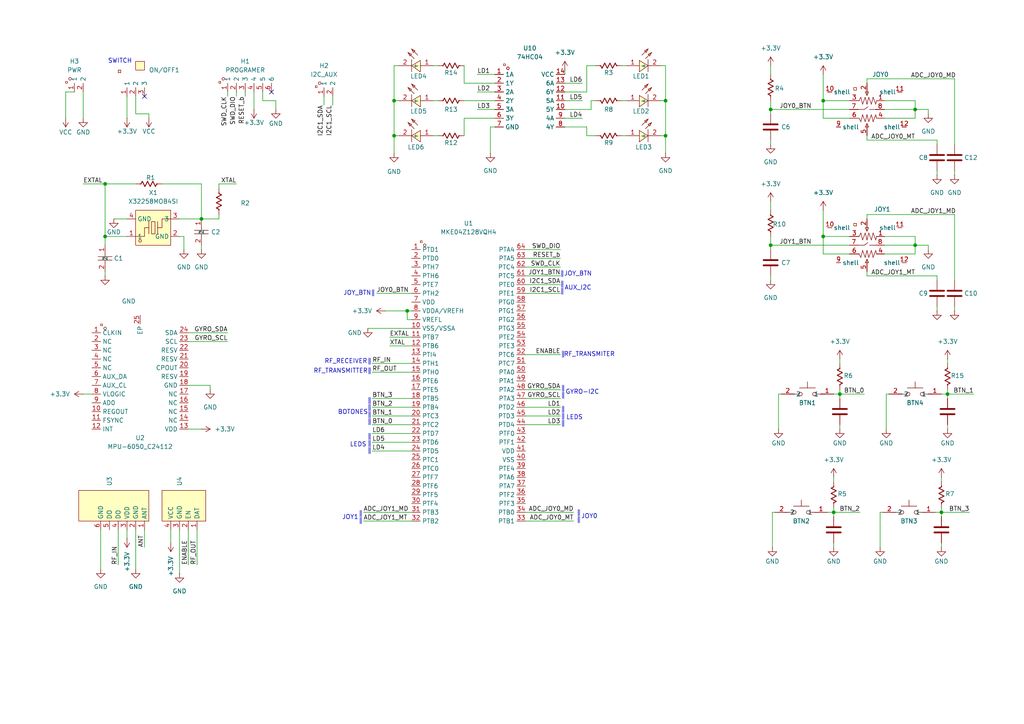
<source format=kicad_sch>
(kicad_sch (version 20250114) (generator "eeschema") (generator_version "9.0")
  (paper "A4")
  (text "RF_TRANSMITTER\n" (at 98.806 107.696 0) (effects (font (size 1.27 1.27))))
  (text "SWITCH\n" (at 34.798 17.78 0) (effects (font (size 1.27 1.27))))
  (text "LEDS" (at 166.624 121.158 0) (effects (font (size 1.27 1.27))))
  (text "‖\n‖\n" (at 104.648 150.114 0) (effects (font (size 1.27 1.27))))
  (text "BOTONES" (at 102.362 119.634 0) (effects (font (size 1.27 1.27))))
  (text "‖\n‖\n‖\n" (at 107.188 128.778 0) (effects (font (size 1.27 1.27))))
  (text "‖\n‖\n" (at 167.894 149.86 0) (effects (font (size 1.27 1.27))))
  (text "‖\n\n" (at 108.204 86.106 0) (effects (font (size 1.27 1.27))))
  (text "‖\n" (at 107.188 104.902 0) (effects (font (size 1.27 1.27))))
  (text "RF_RECEIVER\n" (at 100.33 104.902 0) (effects (font (size 1.27 1.27))))
  (text "‖\n‖\n" (at 163.322 113.792 0) (effects (font (size 1.27 1.27))))
  (text "‖\n‖\n‖\n‖" (at 107.188 119.38 0) (effects (font (size 1.27 1.27))))
  (text "‖\n‖\n\n" (at 163.068 84.582 0) (effects (font (size 1.27 1.27))))
  (text "GYRO-I2C" (at 168.91 113.792 0) (effects (font (size 1.27 1.27))))
  (text "‖\n‖\n‖\n" (at 163.322 120.904 0) (effects (font (size 1.27 1.27))))
  (text "RF_TRANSMITER" (at 170.942 102.87 0) (effects (font (size 1.27 1.27))))
  (text "‖\n" (at 163.322 102.87 0) (effects (font (size 1.27 1.27))))
  (text "JOY_BTN" (at 167.64 79.502 0) (effects (font (size 1.27 1.27))))
  (text "JOY1" (at 101.6 150.114 0) (effects (font (size 1.27 1.27))))
  (text "JOY_BTN" (at 103.632 85.09 0) (effects (font (size 1.27 1.27))))
  (text "LEDS" (at 103.886 129.032 0) (effects (font (size 1.27 1.27))))
  (text "‖\n\n" (at 163.068 80.518 0) (effects (font (size 1.27 1.27))))
  (text "AUX_I2C" (at 167.64 83.566 0) (effects (font (size 1.27 1.27))))
  (text "‖\n" (at 107.188 107.696 0) (effects (font (size 1.27 1.27))))
  (text "JOY0" (at 170.942 149.86 0) (effects (font (size 1.27 1.27))))
  (junction (at 30.48 53.34))
  (junction (at 30.48 68.58))
  (junction (at 265.43 31.75))
  (junction (at 241.808 148.59))
  (junction (at 238.76 29.21))
  (junction (at 274.828 114.3))
  (junction (at 58.42 63.5))
  (junction (at 273.05 148.59))
  (junction (at 114.3 29.21))
  (junction (at 118.11 90.17))
  (junction (at 238.76 68.58))
  (junction (at 193.04 39.37))
  (junction (at 114.3 39.37))
  (junction (at 223.52 71.12))
  (junction (at 243.586 114.3))
  (junction (at 223.52 31.75))
  (junction (at 193.04 29.21))
  (junction (at 265.43 71.12))
  (no_connect (at 78.74 26.67))
  (no_connect (at 41.91 27.94))
  (wire (pts (xy 113.03 100.33) (xy 119.38 100.33)))
  (wire (pts (xy 24.13 53.34) (xy 30.48 53.34)))
  (wire (pts (xy 251.46 62.23) (xy 276.86 62.23)))
  (wire (pts (xy 163.83 29.21) (xy 168.91 29.21)))
  (wire (pts (xy 80.01 31.75) (xy 80.01 29.21)))
  (wire (pts (xy 106.68 95.25) (xy 119.38 95.25)))
  (wire (pts (xy 34.29 153.67) (xy 34.29 163.83)))
  (wire (pts (xy 223.52 68.58) (xy 223.52 71.12)))
  (wire (pts (xy 238.76 73.66) (xy 238.76 68.58)))
  (wire (pts (xy 36.83 27.94) (xy 36.83 34.29)))
  (wire (pts (xy 170.18 36.83) (xy 170.18 39.37)))
  (wire (pts (xy 66.04 27.94) (xy 66.04 26.67)))
  (wire (pts (xy 58.42 71.12) (xy 58.42 72.39)))
  (wire (pts (xy 134.62 24.13) (xy 143.51 24.13)))
  (wire (pts (xy 41.91 158.75) (xy 41.91 153.67)))
  (wire (pts (xy 60.96 113.03) (xy 60.96 111.76)))
  (wire (pts (xy 238.76 60.96) (xy 238.76 68.58)))
  (wire (pts (xy 265.43 68.58) (xy 265.43 71.12)))
  (wire (pts (xy 271.78 41.91) (xy 271.78 40.64)))
  (wire (pts (xy 269.24 71.12) (xy 265.43 71.12)))
  (wire (pts (xy 243.586 104.14) (xy 243.586 105.41)))
  (wire (pts (xy 52.07 166.37) (xy 52.07 153.67)))
  (wire (pts (xy 73.66 31.75) (xy 73.66 26.67)))
  (wire (pts (xy 30.48 68.58) (xy 30.48 71.12)))
  (wire (pts (xy 152.4 77.47) (xy 162.56 77.47)))
  (wire (pts (xy 114.3 44.45) (xy 114.3 39.37)))
  (wire (pts (xy 152.4 102.87) (xy 162.56 102.87)))
  (wire (pts (xy 274.828 124.46) (xy 274.828 123.19)))
  (wire (pts (xy 152.4 115.57) (xy 162.56 115.57)))
  (wire (pts (xy 24.13 114.3) (xy 26.67 114.3)))
  (wire (pts (xy 251.46 22.86) (xy 276.86 22.86)))
  (wire (pts (xy 43.18 33.02) (xy 39.37 33.02)))
  (wire (pts (xy 152.4 80.01) (xy 162.56 80.01)))
  (wire (pts (xy 105.41 151.13) (xy 119.38 151.13)))
  (wire (pts (xy 152.4 82.55) (xy 162.56 82.55)))
  (wire (pts (xy 152.4 74.93) (xy 162.56 74.93)))
  (wire (pts (xy 33.02 63.5) (xy 36.83 63.5)))
  (wire (pts (xy 241.808 147.32) (xy 241.808 148.59)))
  (wire (pts (xy 256.54 31.75) (xy 265.43 31.75)))
  (wire (pts (xy 251.46 62.23) (xy 251.46 63.5)))
  (wire (pts (xy 163.83 24.13) (xy 168.91 24.13)))
  (wire (pts (xy 170.18 19.05) (xy 170.18 26.67)))
  (wire (pts (xy 138.43 31.75) (xy 143.51 31.75)))
  (wire (pts (xy 223.52 31.75) (xy 223.52 33.02)))
  (wire (pts (xy 49.53 157.48) (xy 49.53 153.67)))
  (wire (pts (xy 193.04 29.21) (xy 193.04 39.37)))
  (wire (pts (xy 163.83 34.29) (xy 168.91 34.29)))
  (wire (pts (xy 111.76 90.17) (xy 118.11 90.17)))
  (wire (pts (xy 243.586 113.03) (xy 243.586 114.3)))
  (wire (pts (xy 251.46 22.86) (xy 251.46 24.13)))
  (wire (pts (xy 125.73 39.37) (xy 127 39.37)))
  (wire (pts (xy 269.24 33.02) (xy 269.24 31.75)))
  (wire (pts (xy 152.4 118.11) (xy 162.56 118.11)))
  (wire (pts (xy 57.15 163.83) (xy 57.15 153.67)))
  (wire (pts (xy 223.52 19.05) (xy 223.52 21.59)))
  (wire (pts (xy 30.48 53.34) (xy 39.37 53.34)))
  (wire (pts (xy 273.05 158.75) (xy 273.05 157.48)))
  (wire (pts (xy 193.04 19.05) (xy 193.04 29.21)))
  (wire (pts (xy 246.38 68.58) (xy 238.76 68.58)))
  (wire (pts (xy 273.05 138.43) (xy 273.05 139.7)))
  (wire (pts (xy 46.99 53.34) (xy 58.42 53.34)))
  (wire (pts (xy 251.46 40.64) (xy 271.78 40.64)))
  (wire (pts (xy 271.272 148.59) (xy 273.05 148.59)))
  (wire (pts (xy 225.806 114.3) (xy 226.568 114.3)))
  (wire (pts (xy 134.62 34.29) (xy 143.51 34.29)))
  (wire (pts (xy 257.048 114.3) (xy 257.048 124.46)))
  (wire (pts (xy 30.48 68.58) (xy 36.83 68.58)))
  (wire (pts (xy 54.61 99.06) (xy 66.04 99.06)))
  (wire (pts (xy 256.54 71.12) (xy 265.43 71.12)))
  (wire (pts (xy 107.95 105.41) (xy 119.38 105.41)))
  (wire (pts (xy 223.52 29.21) (xy 223.52 31.75)))
  (wire (pts (xy 52.07 68.58) (xy 53.34 68.58)))
  (wire (pts (xy 19.05 26.67) (xy 19.05 34.29)))
  (wire (pts (xy 107.95 128.27) (xy 119.38 128.27)))
  (wire (pts (xy 125.73 29.21) (xy 127 29.21)))
  (wire (pts (xy 114.3 19.05) (xy 114.3 29.21)))
  (wire (pts (xy 273.05 114.3) (xy 274.828 114.3)))
  (wire (pts (xy 241.808 158.75) (xy 241.808 157.48)))
  (wire (pts (xy 271.78 88.9) (xy 271.78 90.17)))
  (wire (pts (xy 119.38 92.71) (xy 118.11 92.71)))
  (wire (pts (xy 80.01 29.21) (xy 76.2 29.21)))
  (wire (pts (xy 19.05 26.67) (xy 21.59 26.67)))
  (wire (pts (xy 269.24 31.75) (xy 265.43 31.75)))
  (wire (pts (xy 54.61 124.46) (xy 58.42 124.46)))
  (wire (pts (xy 265.43 29.21) (xy 265.43 31.75)))
  (wire (pts (xy 223.52 58.42) (xy 223.52 60.96)))
  (wire (pts (xy 255.27 148.59) (xy 255.27 158.75)))
  (wire (pts (xy 243.586 124.46) (xy 243.586 123.19)))
  (wire (pts (xy 241.808 138.43) (xy 241.808 139.7)))
  (wire (pts (xy 152.4 151.13) (xy 166.37 151.13)))
  (wire (pts (xy 109.22 85.09) (xy 119.38 85.09)))
  (wire (pts (xy 118.11 90.17) (xy 119.38 90.17)))
  (wire (pts (xy 223.52 71.12) (xy 246.38 71.12)))
  (wire (pts (xy 170.18 19.05) (xy 172.72 19.05)))
  (wire (pts (xy 107.95 115.57) (xy 119.38 115.57)))
  (wire (pts (xy 163.83 20.32) (xy 163.83 21.59)))
  (wire (pts (xy 152.4 120.65) (xy 162.56 120.65)))
  (wire (pts (xy 193.04 29.21) (xy 191.77 29.21)))
  (wire (pts (xy 241.808 148.59) (xy 241.808 149.86)))
  (wire (pts (xy 271.78 81.28) (xy 271.78 80.01)))
  (wire (pts (xy 269.24 72.39) (xy 269.24 71.12)))
  (wire (pts (xy 171.45 31.75) (xy 163.83 31.75)))
  (wire (pts (xy 274.828 104.14) (xy 274.828 105.41)))
  (wire (pts (xy 223.52 71.12) (xy 223.52 72.39)))
  (wire (pts (xy 223.52 40.64) (xy 223.52 41.91)))
  (wire (pts (xy 24.13 34.29) (xy 24.13 26.67)))
  (wire (pts (xy 281.178 148.59) (xy 273.05 148.59)))
  (wire (pts (xy 250.698 114.3) (xy 243.586 114.3)))
  (wire (pts (xy 76.2 29.21) (xy 76.2 26.67)))
  (wire (pts (xy 53.34 68.58) (xy 53.34 72.39)))
  (wire (pts (xy 274.828 114.3) (xy 274.828 115.57)))
  (wire (pts (xy 170.18 26.67) (xy 163.83 26.67)))
  (wire (pts (xy 114.3 29.21) (xy 114.3 39.37)))
  (wire (pts (xy 63.5 63.5) (xy 58.42 63.5)))
  (wire (pts (xy 142.24 36.83) (xy 142.24 44.45)))
  (wire (pts (xy 107.95 118.11) (xy 119.38 118.11)))
  (wire (pts (xy 54.61 96.52) (xy 66.04 96.52)))
  (wire (pts (xy 240.03 148.59) (xy 241.808 148.59)))
  (wire (pts (xy 223.52 80.01) (xy 223.52 81.28)))
  (wire (pts (xy 271.78 49.53) (xy 271.78 50.8)))
  (wire (pts (xy 193.04 19.05) (xy 191.77 19.05)))
  (wire (pts (xy 39.37 33.02) (xy 39.37 27.94)))
  (wire (pts (xy 246.38 73.66) (xy 238.76 73.66)))
  (wire (pts (xy 223.52 31.75) (xy 246.38 31.75)))
  (wire (pts (xy 238.76 34.29) (xy 238.76 29.21)))
  (wire (pts (xy 63.5 53.34) (xy 68.58 53.34)))
  (wire (pts (xy 256.54 68.58) (xy 265.43 68.58)))
  (wire (pts (xy 134.62 39.37) (xy 134.62 34.29)))
  (wire (pts (xy 43.18 33.02) (xy 43.18 34.29)))
  (wire (pts (xy 276.86 88.9) (xy 276.86 90.17)))
  (wire (pts (xy 172.72 29.21) (xy 171.45 29.21)))
  (wire (pts (xy 152.4 72.39) (xy 162.56 72.39)))
  (wire (pts (xy 107.95 130.81) (xy 119.38 130.81)))
  (wire (pts (xy 256.54 34.29) (xy 265.43 34.29)))
  (wire (pts (xy 265.43 71.12) (xy 265.43 73.66)))
  (wire (pts (xy 256.54 73.66) (xy 265.43 73.66)))
  (wire (pts (xy 152.4 113.03) (xy 162.56 113.03)))
  (wire (pts (xy 107.95 120.65) (xy 119.38 120.65)))
  (wire (pts (xy 276.86 81.28) (xy 276.86 62.23)))
  (wire (pts (xy 138.43 21.59) (xy 143.51 21.59)))
  (wire (pts (xy 115.57 19.05) (xy 114.3 19.05)))
  (wire (pts (xy 170.18 39.37) (xy 172.72 39.37)))
  (wire (pts (xy 274.828 113.03) (xy 274.828 114.3)))
  (wire (pts (xy 60.96 111.76) (xy 54.61 111.76)))
  (wire (pts (xy 107.95 107.95) (xy 119.38 107.95)))
  (wire (pts (xy 163.83 36.83) (xy 170.18 36.83)))
  (wire (pts (xy 93.98 27.94) (xy 93.98 30.48)))
  (wire (pts (xy 276.86 41.91) (xy 276.86 22.86)))
  (wire (pts (xy 224.028 148.59) (xy 224.028 158.75)))
  (wire (pts (xy 138.43 26.67) (xy 143.51 26.67)))
  (wire (pts (xy 107.95 125.73) (xy 119.38 125.73)))
  (wire (pts (xy 171.45 29.21) (xy 171.45 31.75)))
  (wire (pts (xy 54.61 163.83) (xy 54.61 153.67)))
  (wire (pts (xy 152.4 85.09) (xy 162.56 85.09)))
  (wire (pts (xy 255.27 148.59) (xy 256.032 148.59)))
  (wire (pts (xy 68.58 27.94) (xy 68.58 26.67)))
  (wire (pts (xy 30.48 53.34) (xy 30.48 68.58)))
  (wire (pts (xy 105.41 148.59) (xy 119.38 148.59)))
  (wire (pts (xy 152.4 148.59) (xy 166.37 148.59)))
  (wire (pts (xy 118.11 92.71) (xy 118.11 90.17)))
  (wire (pts (xy 114.3 29.21) (xy 115.57 29.21)))
  (wire (pts (xy 63.5 62.23) (xy 63.5 63.5)))
  (wire (pts (xy 181.61 29.21) (xy 180.34 29.21)))
  (wire (pts (xy 276.86 49.53) (xy 276.86 50.8)))
  (wire (pts (xy 193.04 39.37) (xy 191.77 39.37)))
  (wire (pts (xy 251.46 80.01) (xy 271.78 80.01)))
  (wire (pts (xy 273.05 147.32) (xy 273.05 148.59)))
  (wire (pts (xy 180.34 39.37) (xy 181.61 39.37)))
  (wire (pts (xy 246.38 34.29) (xy 238.76 34.29)))
  (wire (pts (xy 256.54 29.21) (xy 265.43 29.21)))
  (wire (pts (xy 134.62 19.05) (xy 134.62 24.13)))
  (wire (pts (xy 180.34 19.05) (xy 181.61 19.05)))
  (wire (pts (xy 238.76 21.59) (xy 238.76 29.21)))
  (wire (pts (xy 30.48 78.74) (xy 30.48 80.01)))
  (wire (pts (xy 63.5 54.61) (xy 63.5 53.34)))
  (wire (pts (xy 224.028 148.59) (xy 224.79 148.59)))
  (wire (pts (xy 134.62 29.21) (xy 143.51 29.21)))
  (wire (pts (xy 243.586 114.3) (xy 243.586 115.57)))
  (wire (pts (xy 29.21 165.1) (xy 29.21 153.67)))
  (wire (pts (xy 115.57 39.37) (xy 114.3 39.37)))
  (wire (pts (xy 246.38 29.21) (xy 238.76 29.21)))
  (wire (pts (xy 58.42 63.5) (xy 58.42 53.34)))
  (wire (pts (xy 251.46 80.01) (xy 251.46 78.74)))
  (wire (pts (xy 251.46 40.64) (xy 251.46 39.37)))
  (wire (pts (xy 282.448 114.3) (xy 274.828 114.3)))
  (wire (pts (xy 107.95 123.19) (xy 119.38 123.19)))
  (wire (pts (xy 71.12 27.94) (xy 71.12 26.67)))
  (wire (pts (xy 142.24 36.83) (xy 143.51 36.83)))
  (wire (pts (xy 96.52 27.94) (xy 96.52 30.48)))
  (wire (pts (xy 249.428 148.59) (xy 241.808 148.59)))
  (wire (pts (xy 265.43 31.75) (xy 265.43 34.29)))
  (wire (pts (xy 125.73 19.05) (xy 127 19.05)))
  (wire (pts (xy 36.83 156.21) (xy 36.83 153.67)))
  (wire (pts (xy 257.048 114.3) (xy 257.81 114.3)))
  (wire (pts (xy 39.37 165.1) (xy 39.37 153.67)))
  (wire (pts (xy 193.04 39.37) (xy 193.04 44.45)))
  (wire (pts (xy 113.03 97.79) (xy 119.38 97.79)))
  (wire (pts (xy 241.808 114.3) (xy 243.586 114.3)))
  (wire (pts (xy 273.05 148.59) (xy 273.05 149.86)))
  (wire (pts (xy 225.806 114.3) (xy 225.806 124.46)))
  (wire (pts (xy 152.4 123.19) (xy 162.56 123.19)))
  (wire (pts (xy 52.07 63.5) (xy 58.42 63.5)))
  (label "I2C1_SCL" (at 162.56 85.09 180))
  (label "BTN_3" (at 281.178 148.59 180))
  (label "JOY1_BTN" (at 226.06 71.12 0))
  (label "LD6" (at 168.91 24.13 180))
  (label "I2C1_SDA" (at 162.56 82.55 180))
  (label "LD3" (at 162.56 123.19 180))
  (label "RESET_b" (at 71.12 27.94 270))
  (label "SWD_DIO" (at 162.56 72.39 180))
  (label "LD1" (at 162.56 118.11 180))
  (label "RF_IN" (at 34.29 163.83 90))
  (label "LD4" (at 168.91 34.29 180))
  (label "ENABLE" (at 162.56 102.87 180))
  (label "RF_OUT" (at 57.15 163.83 90))
  (label "I2C1_SDA" (at 93.98 30.48 270))
  (label "ADC_JOY0_MD" (at 166.37 148.59 180))
  (label "SWD_DIO" (at 68.58 27.94 270))
  (label "LD1" (at 138.43 21.59 0))
  (label "LD4" (at 107.95 130.81 0))
  (label "JOY0_BTN" (at 226.06 31.75 0))
  (label "EXTAL" (at 24.13 53.34 0))
  (label "GYRO_SCL" (at 162.56 115.57 180))
  (label "ADC_JOY0_MT" (at 265.43 40.64 180))
  (label "ANT" (at 41.91 158.75 90))
  (label "ADC_JOY1_MD" (at 105.41 148.59 0))
  (label "BTN_2" (at 249.428 148.59 180))
  (label "GYRO_SDA" (at 162.56 113.03 180))
  (label "JOY1_BTN" (at 162.56 80.01 180))
  (label "RESET_b" (at 162.56 74.93 180))
  (label "ADC_JOY1_MD" (at 264.16 62.23 0))
  (label "XTAL" (at 68.58 53.34 180))
  (label "SWD_CLK" (at 66.04 27.94 270))
  (label "ADC_JOY1_MT" (at 105.41 151.13 0))
  (label "I2C1_SCL" (at 96.52 30.48 270))
  (label "BTN_2" (at 107.95 118.11 0))
  (label "ADC_JOY1_MT" (at 265.43 80.01 180))
  (label "LD6" (at 107.95 125.73 0))
  (label "RF_OUT" (at 107.95 107.95 0))
  (label "ENABLE" (at 54.61 163.83 90))
  (label "ADC_JOY0_MD" (at 264.16 22.86 0))
  (label "LD5" (at 107.95 128.27 0))
  (label "RF_IN" (at 107.95 105.41 0))
  (label "BTN_1" (at 282.448 114.3 180))
  (label "BTN_3" (at 107.95 115.57 0))
  (label "BTN_0" (at 107.95 123.19 0))
  (label "JOY0_BTN" (at 109.22 85.09 0))
  (label "BTN_1" (at 107.95 120.65 0))
  (label "EXTAL" (at 113.03 97.79 0))
  (label "ADC_JOY0_MT" (at 166.37 151.13 180))
  (label "GYRO_SCL" (at 66.04 99.06 180))
  (label "XTAL" (at 113.03 100.33 0))
  (label "LD2" (at 162.56 120.65 180))
  (label "LD2" (at 138.43 26.67 0))
  (label "LD3" (at 138.43 31.75 0))
  (label "GYRO_SDA" (at 66.04 96.52 180))
  (label "LD5" (at 168.91 29.21 180))
  (label "BTN_0" (at 250.698 114.3 180))
  (label "SWD_CLK" (at 162.56 77.47 180))
  (symbol (lib_id "EasyEDA:YLED0603R") (at 186.69 29.21 0) (unit 1)
    (property "Reference" "LED2" (at 185.928 32.258 0))
    (property "Value" "YLED0603R" (effects (hide yes)))
    (property "Footprint" "EasyEDA:LED0603-FD" (effects (hide yes)))
    (property "LCSC Part" "C19171390" (effects (hide yes)))
  )
  (symbol (lib_id "PCM_Resistor_US_AKL:R_0603") (at 176.53 39.37 270) (mirror x) (unit 1)
    (property "Reference" "R9" (at 176.53 41.402 90))
    (property "Value" "R_0603" (effects (hide yes)))
    (property "Footprint" "PCM_Resistor_SMD_AKL:R_0603_1608Metric" (effects (hide yes)))
    (property "Description" "SMD 0603 Chip Resistor, US Symbol, Alternate KiCad Library" (effects (hide yes)))
  )
  (symbol (lib_id "PCM_Resistor_US_AKL:R_0603") (at 63.5 58.42 180) (unit 1)
    (property "Reference" "R2" (at 71.12 58.928 0))
    (property "Value" "R_0603" (effects (hide yes)))
    (property "Footprint" "PCM_Resistor_SMD_AKL:R_0603_1608Metric" (effects (hide yes)))
    (property "Description" "SMD 0603 Chip Resistor, US Symbol, Alternate KiCad Library" (effects (hide yes)))
  )
  (symbol (lib_id "power:GND") (at 273.05 158.75 0) (mirror y) (unit 1)
    (property "Reference" "#PWR024" (effects (hide yes)))
    (property "Value" "GND" (at 273.05 162.814 0))
    (property "Description" "Power symbol creates a global label with name \"GND\" , ground" (effects (hide yes)))
  )
  (symbol (lib_id "PCM_Resistor_US_AKL:R_0603") (at 130.81 29.21 90) (unit 1)
    (property "Reference" "R13" (at 130.81 31.75 90))
    (property "Value" "R_0603" (effects (hide yes)))
    (property "Footprint" "PCM_Resistor_SMD_AKL:R_0603_1608Metric" (effects (hide yes)))
    (property "Description" "SMD 0603 Chip Resistor, US Symbol, Alternate KiCad Library" (effects (hide yes)))
  )
  (symbol (lib_id "PCM_Capacitor_US_AKL:C_0603") (at 241.808 153.67 0) (mirror y) (unit 1)
    (property "Reference" "C3" (effects (hide yes)))
    (property "Value" "C_0603" (effects (hide yes)))
    (property "Footprint" "PCM_Capacitor_SMD_AKL:C_0603_1608Metric" (effects (hide yes)))
    (property "Description" "SMD 0603 MLCC capacitor, Alternate KiCad Library" (effects (hide yes)))
  )
  (symbol (lib_id "power:GND") (at 224.028 158.75 0) (mirror y) (unit 1)
    (property "Reference" "#PWR017" (effects (hide yes)))
    (property "Value" "GND" (at 224.028 162.814 0))
    (property "Description" "Power symbol creates a global label with name \"GND\" , ground" (effects (hide yes)))
  )
  (symbol (lib_id "PCM_Capacitor_US_AKL:C_0603") (at 243.586 119.38 0) (mirror y) (unit 1)
    (property "Reference" "C4" (effects (hide yes)))
    (property "Value" "C_0603" (effects (hide yes)))
    (property "Footprint" "PCM_Capacitor_SMD_AKL:C_0603_1608Metric" (effects (hide yes)))
    (property "Description" "SMD 0603 MLCC capacitor, Alternate KiCad Library" (effects (hide yes)))
  )
  (symbol (lib_id "power:VCC") (at 43.18 34.29 180) (unit 1)
    (property "Reference" "#PWR026" (effects (hide yes)))
    (property "Value" "VCC" (at 43.18 38.1 0))
    (property "Description" "Power symbol creates a global label with name \"VCC\"" (effects (hide yes)))
  )
  (symbol (lib_id "power:+3.3V") (at 241.808 138.43 0) (mirror y) (unit 1)
    (property "Reference" "#PWR019" (effects (hide yes)))
    (property "Value" "+3.3V" (at 241.808 133.35 0))
    (property "Description" "Power symbol creates a global label with name \"+3.3V\"" (effects (hide yes)))
  )
  (symbol (lib_id "PCM_Resistor_US_AKL:R_0603") (at 43.18 53.34 90) (unit 1)
    (property "Reference" "R1" (at 43.688 51.562 90))
    (property "Value" "R_0603" (effects (hide yes)))
    (property "Footprint" "PCM_Resistor_SMD_AKL:R_0603_1608Metric" (effects (hide yes)))
    (property "Description" "SMD 0603 Chip Resistor, US Symbol, Alternate KiCad Library" (effects (hide yes)))
  )
  (symbol (lib_id "PCM_Capacitor_US_AKL:C_0603") (at 276.86 85.09 0) (unit 1)
    (property "Reference" "C10" (at 279.654 85.09 0) (effects (justify left)))
    (property "Value" "C_0603" (effects (hide yes)))
    (property "Footprint" "PCM_Capacitor_SMD_AKL:C_0603_1608Metric" (effects (hide yes)))
    (property "Description" "SMD 0603 MLCC capacitor, Alternate KiCad Library" (effects (hide yes)))
  )
  (symbol (lib_id "PCM_Capacitor_US_AKL:C_0603") (at 271.78 45.72 0) (unit 1)
    (property "Reference" "C8" (at 266.446 45.72 0) (effects (justify left)))
    (property "Value" "C_0603" (effects (hide yes)))
    (property "Footprint" "PCM_Capacitor_SMD_AKL:C_0603_1608Metric" (effects (hide yes)))
    (property "Description" "SMD 0603 MLCC capacitor, Alternate KiCad Library" (effects (hide yes)))
  )
  (symbol (lib_id "PCM_Resistor_US_AKL:R_0603") (at 130.81 19.05 90) (unit 1)
    (property "Reference" "R14" (at 130.81 21.082 90))
    (property "Value" "R_0603" (effects (hide yes)))
    (property "Footprint" "PCM_Resistor_SMD_AKL:R_0603_1608Metric" (effects (hide yes)))
    (property "Description" "SMD 0603 Chip Resistor, US Symbol, Alternate KiCad Library" (effects (hide yes)))
  )
  (symbol (lib_id "PCM_Capacitor_US_AKL:C_0603") (at 274.828 119.38 0) (mirror y) (unit 1)
    (property "Reference" "C11" (effects (hide yes)))
    (property "Value" "C_0603" (effects (hide yes)))
    (property "Footprint" "PCM_Capacitor_SMD_AKL:C_0603_1608Metric" (effects (hide yes)))
    (property "Description" "SMD 0603 MLCC capacitor, Alternate KiCad Library" (effects (hide yes)))
  )
  (symbol (lib_id "power:VCC") (at 19.05 34.29 180) (unit 1)
    (property "Reference" "#PWR047" (effects (hide yes)))
    (property "Value" "VCC" (at 19.05 38.354 0))
    (property "Description" "Power symbol creates a global label with name \"VCC\"" (effects (hide yes)))
  )
  (symbol (lib_id "power:GND") (at 276.86 90.17 0) (unit 1)
    (property "Reference" "#PWR046" (effects (hide yes)))
    (property "Value" "GND" (effects (hide yes)))
    (property "Description" "Power symbol creates a global label with name \"GND\" , ground" (effects (hide yes)))
  )
  (symbol (lib_id "PCM_Capacitor_US_AKL:C_0603") (at 276.86 45.72 0) (unit 1)
    (property "Reference" "C12" (at 279.654 45.72 0) (effects (justify left)))
    (property "Value" "C_0603" (effects (hide yes)))
    (property "Footprint" "PCM_Capacitor_SMD_AKL:C_0603_1608Metric" (effects (hide yes)))
    (property "Description" "SMD 0603 MLCC capacitor, Alternate KiCad Library" (effects (hide yes)))
  )
  (symbol (lib_id "PCM_Capacitor_US_AKL:C_0603") (at 271.78 85.09 0) (unit 1)
    (property "Reference" "C9" (at 266.446 85.09 0) (effects (justify left)))
    (property "Value" "C_0603" (effects (hide yes)))
    (property "Footprint" "PCM_Capacitor_SMD_AKL:C_0603_1608Metric" (effects (hide yes)))
    (property "Description" "SMD 0603 MLCC capacitor, Alternate KiCad Library" (effects (hide yes)))
  )
  (symbol (lib_id "power:GND") (at 33.02 63.5 0) (unit 1)
    (property "Reference" "#PWR036" (effects (hide yes)))
    (property "Value" "GND" (at 33.02 67.31 0))
    (property "Description" "Power symbol creates a global label with name \"GND\" , ground" (effects (hide yes)))
  )
  (symbol (lib_id "PCM_Resistor_US_AKL:R_0603") (at 130.81 39.37 90) (unit 1)
    (property "Reference" "R12" (at 130.81 41.402 90))
    (property "Value" "R_0603" (effects (hide yes)))
    (property "Footprint" "PCM_Resistor_SMD_AKL:R_0603_1608Metric" (effects (hide yes)))
    (property "Description" "SMD 0603 Chip Resistor, US Symbol, Alternate KiCad Library" (effects (hide yes)))
  )
  (symbol (lib_id "power:GND") (at 80.01 31.75 0) (unit 1)
    (property "Reference" "#PWR032" (effects (hide yes)))
    (property "Value" "GND" (at 80.01 35.814 0))
    (property "Description" "Power symbol creates a global label with name \"GND\" , ground" (effects (hide yes)))
  )
  (symbol (lib_id "power:+3.3V") (at 36.83 34.29 180) (unit 1)
    (property "Reference" "#PWR025" (effects (hide yes)))
    (property "Value" "+3.3V" (at 36.83 38.1 0))
    (property "Description" "Power symbol creates a global label with name \"+3.3V\"" (effects (hide yes)))
  )
  (symbol (lib_id "power:GND") (at 223.52 41.91 0) (unit 1)
    (property "Reference" "#PWR08" (effects (hide yes)))
    (property "Value" "GND" (at 223.52 46.99 0))
    (property "Description" "Power symbol creates a global label with name \"GND\" , ground" (effects (hide yes)))
  )
  (symbol (lib_name "YF16S-FL7.2-B5KB(45-10)-Y_2") (lib_id "EasyEDA:YF16S-FL7.2-B5KB(45-10)-Y") (at 251.46 31.75 0) (unit 1)
    (property "Reference" "JOY0" (at 252.984 21.59 0) (effects (justify left)))
    (property "Value" "YF16S-FL7.2-B5KB(45-10)-Y" (effects (hide yes)))
    (property "Footprint" "EasyEDA:JOYTICK-TH_YF16S-FL7.2-B5KB-45-10-Y_1" (effects (hide yes)))
    (property "LCSC Part" "C37323740" (effects (hide yes)))
  )
  (symbol (lib_name "YF16S-FL7.2-B5KB(45-10)-Y_2") (lib_id "EasyEDA:YF16S-FL7.2-B5KB(45-10)-Y") (at 251.46 71.12 0) (unit 1)
    (property "Reference" "JOY1" (at 253.492 60.706 0) (effects (justify left)))
    (property "Value" "YF16S-FL7.2-B5KB(45-10)-Y" (effects (hide yes)))
    (property "Footprint" "EasyEDA:JOYTICK-TH_YF16S-FL7.2-B5KB-45-10-Y_1" (effects (hide yes)))
    (property "LCSC Part" "C37323740" (effects (hide yes)))
  )
  (symbol (lib_id "PCM_Resistor_US_AKL:R_0603") (at 241.808 143.51 0) (mirror y) (unit 1)
    (property "Reference" "R5" (at 245.618 143.256 0) (effects (justify left)))
    (property "Value" "R_0603" (effects (hide yes)))
    (property "Footprint" "PCM_Resistor_SMD_AKL:R_0603_1608Metric" (effects (hide yes)))
    (property "Description" "SMD 0603 Chip Resistor, US Symbol, Alternate KiCad Library" (effects (hide yes)))
  )
  (symbol (lib_id "EasyEDA:YLED0603R") (at 186.69 39.37 0) (unit 1)
    (property "Reference" "LED3" (at 186.69 42.672 0))
    (property "Value" "YLED0603R" (effects (hide yes)))
    (property "Footprint" "EasyEDA:LED0603-FD" (effects (hide yes)))
    (property "LCSC Part" "C19171390" (effects (hide yes)))
  )
  (symbol (lib_id "PCM_Resistor_US_AKL:R_0603") (at 274.828 109.22 0) (mirror y) (unit 1)
    (property "Reference" "R15" (at 279.654 108.966 0) (effects (justify left)))
    (property "Value" "R_0603" (effects (hide yes)))
    (property "Footprint" "PCM_Resistor_SMD_AKL:R_0603_1608Metric" (effects (hide yes)))
    (property "Description" "SMD 0603 Chip Resistor, US Symbol, Alternate KiCad Library" (effects (hide yes)))
  )
  (symbol (lib_id "EasyEDA:CL10C120JB8NNNC") (at 30.48 74.93 270) (unit 1)
    (property "Reference" "C1" (at 33.02 74.93 90) (effects (justify left)))
    (property "Value" "CL10C120JB8NNNC" (effects (hide yes)))
    (property "Footprint" "EasyEDA:C0603" (effects (hide yes)))
    (property "Datasheet" "https://lcsc.com/product-detail/Multilayer-Ceramic-Capacitors-MLCC-SMD-SMT_SAMSUNG_CL10C120JB8NNNC_12pF-120-5-50V_C38523.html" (effects (hide yes)))
    (property "LCSC Part" "C38523" (effects (hide yes)))
  )
  (symbol (lib_id "EasyEDA:CPG151101D01") (at 232.41 148.59 0) (mirror y) (unit 1)
    (property "Reference" "BTN2" (at 232.41 151.13 0))
    (property "Value" "CPG151101D01" (effects (hide yes)))
    (property "Footprint" "EasyEDA:SW-TH_CPG151101D9X" (effects (hide yes)))
    (property "LCSC Part" "C49234238" (effects (hide yes)))
  )
  (symbol (lib_id "PCM_Resistor_US_AKL:R_0603") (at 223.52 64.77 0) (unit 1)
    (property "Reference" "R10" (at 226.06 65.024 0))
    (property "Value" "R_0603" (effects (hide yes)))
    (property "Footprint" "PCM_Resistor_SMD_AKL:R_0603_1608Metric" (effects (hide yes)))
    (property "Description" "SMD 0603 Chip Resistor, US Symbol, Alternate KiCad Library" (effects (hide yes)))
  )
  (symbol (lib_id "power:+3.3V") (at 24.13 114.3 90) (unit 1)
    (property "Reference" "#PWR015" (effects (hide yes)))
    (property "Value" "+3.3V" (at 20.32 114.2999 90) (effects (justify left)))
    (property "Description" "Power symbol creates a global label with name \"+3.3V\"" (effects (hide yes)))
  )
  (symbol (lib_id "power:GND") (at 243.586 124.46 0) (mirror y) (unit 1)
    (property "Reference" "#PWR05" (effects (hide yes)))
    (property "Value" "GND" (at 243.586 128.524 0))
    (property "Description" "Power symbol creates a global label with name \"GND\" , ground" (effects (hide yes)))
  )
  (symbol (lib_id "power:GND") (at 193.04 44.45 0) (unit 1)
    (property "Reference" "#PWR06" (effects (hide yes)))
    (property "Value" "GND" (at 193.04 49.53 0))
    (property "Description" "Power symbol creates a global label with name \"GND\" , ground" (effects (hide yes)))
  )
  (symbol (lib_id "PCM_Capacitor_US_AKL:C_0603") (at 273.05 153.67 0) (mirror y) (unit 1)
    (property "Reference" "C5" (effects (hide yes)))
    (property "Value" "C_0603" (effects (hide yes)))
    (property "Footprint" "PCM_Capacitor_SMD_AKL:C_0603_1608Metric" (effects (hide yes)))
    (property "Description" "SMD 0603 MLCC capacitor, Alternate KiCad Library" (effects (hide yes)))
  )
  (symbol (lib_id "power:+3.3V") (at 49.53 157.48 180) (unit 1)
    (property "Reference" "#PWR013" (effects (hide yes)))
    (property "Value" "+3.3V" (at 49.5299 161.29 90) (effects (justify left)))
    (property "Description" "Power symbol creates a global label with name \"+3.3V\"" (effects (hide yes)))
  )
  (symbol (lib_id "EasyEDA:MT-0-123-D001-D000-LF") (at 39.37 22.86 0) (unit 1)
    (property "Reference" "ON/OFF1" (at 43.18 20.3199 0) (effects (justify left)))
    (property "Value" "MT-0-123-D001-D000-LF" (effects (hide yes)))
    (property "Footprint" "EasyEDA:SW-TH_3P-L13.1-W8.0-P4.70_MT-0-102-F001-T000-RS" (effects (hide yes)))
    (property "LCSC Part" "C22448935" (effects (hide yes)))
  )
  (symbol (lib_id "EasyEDA:X32258MOB4SI") (at 44.45 66.04 0) (unit 1)
    (property "Reference" "X1" (at 44.45 55.88 0))
    (property "Value" "X32258MOB4SI" (at 44.45 58.42 0))
    (property "Footprint" "EasyEDA:CRYSTAL-SMD_4P-L3.2-W2.5-BL" (effects (hide yes)))
    (property "LCSC Part" "C2682775" (effects (hide yes)))
  )
  (symbol (lib_id "power:+3.3V") (at 274.828 104.14 0) (mirror y) (unit 1)
    (property "Reference" "#PWR039" (effects (hide yes)))
    (property "Value" "+3.3V" (at 274.828 99.06 0))
    (property "Description" "Power symbol creates a global label with name \"+3.3V\"" (effects (hide yes)))
  )
  (symbol (lib_id "power:GND") (at 269.24 33.02 0) (unit 1)
    (property "Reference" "#PWR042" (effects (hide yes)))
    (property "Value" "GND" (at 269.24 38.1 0))
    (property "Description" "Power symbol creates a global label with name \"GND\" , ground" (effects (hide yes)))
  )
  (symbol (lib_id "PCM_Capacitor_US_AKL:C_0603") (at 223.52 36.83 0) (unit 1)
    (property "Reference" "C6" (at 226.568 36.83 0) (effects (justify left)))
    (property "Value" "C_0603" (effects (hide yes)))
    (property "Footprint" "PCM_Capacitor_SMD_AKL:C_0603_1608Metric" (effects (hide yes)))
    (property "Description" "SMD 0603 MLCC capacitor, Alternate KiCad Library" (effects (hide yes)))
  )
  (symbol (lib_id "power:GND") (at 276.86 50.8 0) (unit 1)
    (property "Reference" "#PWR044" (effects (hide yes)))
    (property "Value" "GND" (at 276.86 55.88 0))
    (property "Description" "Power symbol creates a global label with name \"GND\" , ground" (effects (hide yes)))
  )
  (symbol (lib_id "EasyEDA:CPG151101D01") (at 234.188 114.3 0) (mirror y) (unit 1)
    (property "Reference" "BTN1" (at 234.188 116.84 0))
    (property "Value" "CPG151101D01" (effects (hide yes)))
    (property "Footprint" "EasyEDA:SW-TH_CPG151101D9X" (effects (hide yes)))
    (property "LCSC Part" "C49234238" (effects (hide yes)))
  )
  (symbol (lib_id "EasyEDA:74HC04") (at 153.67 29.21 0) (unit 1)
    (property "Reference" "U10" (at 153.67 13.97 0))
    (property "Value" "74HC04" (at 153.67 16.51 0))
    (property "Footprint" "EasyEDA:SOIC-14_L8.7-W3.9-P1.27-LS6.0-BL" (effects (hide yes)))
    (property "Datasheet" "https://lcsc.com/product-detail/74-Series_74HC04_C86613.html" (effects (hide yes)))
    (property "LCSC Part" "C86613" (effects (hide yes)))
  )
  (symbol (lib_id "power:GND") (at 255.27 158.75 0) (mirror y) (unit 1)
    (property "Reference" "#PWR021" (effects (hide yes)))
    (property "Value" "GND" (at 255.27 162.814 0))
    (property "Description" "Power symbol creates a global label with name \"GND\" , ground" (effects (hide yes)))
  )
  (symbol (lib_id "power:GND") (at 24.13 34.29 0) (unit 1)
    (property "Reference" "#PWR048" (effects (hide yes)))
    (property "Value" "GND" (at 24.13 38.354 0))
    (property "Description" "Power symbol creates a global label with name \"GND\" , ground" (effects (hide yes)))
  )
  (symbol (lib_id "power:GND") (at 29.21 165.1 0) (unit 1)
    (property "Reference" "#PWR011" (effects (hide yes)))
    (property "Value" "GND" (at 29.21 170.18 0))
    (property "Description" "Power symbol creates a global label with name \"GND\" , ground" (effects (hide yes)))
  )
  (symbol (lib_id "PCM_Resistor_US_AKL:R_0603") (at 176.53 29.21 270) (mirror x) (unit 1)
    (property "Reference" "R8" (at 176.53 31.75 90))
    (property "Value" "R_0603" (effects (hide yes)))
    (property "Footprint" "PCM_Resistor_SMD_AKL:R_0603_1608Metric" (effects (hide yes)))
    (property "Description" "SMD 0603 Chip Resistor, US Symbol, Alternate KiCad Library" (effects (hide yes)))
  )
  (symbol (lib_id "power:+3.3V") (at 36.83 156.21 180) (unit 1)
    (property "Reference" "#PWR09" (effects (hide yes)))
    (property "Value" "+3.3V" (at 36.8299 160.02 90) (effects (justify left)))
    (property "Description" "Power symbol creates a global label with name \"+3.3V\"" (effects (hide yes)))
  )
  (symbol (lib_id "power:+3.3V") (at 273.05 138.43 0) (mirror y) (unit 1)
    (property "Reference" "#PWR023" (effects (hide yes)))
    (property "Value" "+3.3V" (at 273.05 133.35 0))
    (property "Description" "Power symbol creates a global label with name \"+3.3V\"" (effects (hide yes)))
  )
  (symbol (lib_id "EasyEDA:PZ2.54-WV2P-H25") (at 95.25 24.13 90) (unit 1)
    (property "Reference" "H2" (at 93.98 19.05 90))
    (property "Value" "I2C_AUX" (at 93.98 21.59 90))
    (property "Footprint" "EasyEDA:HDR-TH_2P-P2.54-V-M" (effects (hide yes)))
    (property "LCSC Part" "C42431820" (effects (hide yes)))
  )
  (symbol (lib_id "power:GND") (at 269.24 72.39 0) (unit 1)
    (property "Reference" "#PWR035" (effects (hide yes)))
    (property "Value" "GND" (at 269.24 77.47 0))
    (property "Description" "Power symbol creates a global label with name \"GND\" , ground" (effects (hide yes)))
  )
  (symbol (lib_id "EasyEDA:PZ2.54-1X6P-H25") (at 72.39 21.59 90) (unit 1)
    (property "Reference" "H1" (at 71.12 17.78 90))
    (property "Value" "PROGRAMER" (at 71.12 20.32 90))
    (property "Footprint" "EasyEDA:HDR-TH_6P-P2.54-V-M" (effects (hide yes)))
    (property "LCSC Part" "C42431790" (effects (hide yes)))
  )
  (symbol (lib_id "power:GND") (at 271.78 90.17 0) (unit 1)
    (property "Reference" "#PWR045" (effects (hide yes)))
    (property "Value" "GND" (effects (hide yes)))
    (property "Description" "Power symbol creates a global label with name \"GND\" , ground" (effects (hide yes)))
  )
  (symbol (lib_id "power:GND") (at 271.78 50.8 0) (unit 1)
    (property "Reference" "#PWR043" (effects (hide yes)))
    (property "Value" "GND" (at 271.78 55.88 0))
    (property "Description" "Power symbol creates a global label with name \"GND\" , ground" (effects (hide yes)))
  )
  (symbol (lib_id "power:+3.3V") (at 238.76 60.96 0) (unit 1)
    (property "Reference" "#PWR034" (effects (hide yes)))
    (property "Value" "+3.3V" (at 238.76 55.88 0))
    (property "Description" "Power symbol creates a global label with name \"+3.3V\"" (effects (hide yes)))
  )
  (symbol (lib_id "power:+3.3V") (at 238.76 21.59 0) (unit 1)
    (property "Reference" "#PWR041" (effects (hide yes)))
    (property "Value" "+3.3V" (at 238.76 16.51 0))
    (property "Description" "Power symbol creates a global label with name \"+3.3V\"" (effects (hide yes)))
  )
  (symbol (lib_id "EasyEDA:CPG151101D01") (at 265.43 114.3 0) (mirror y) (unit 1)
    (property "Reference" "BTN4" (at 265.43 116.84 0))
    (property "Value" "CPG151101D01" (effects (hide yes)))
    (property "Footprint" "EasyEDA:SW-TH_CPG151101D9X" (effects (hide yes)))
    (property "LCSC Part" "C49234238" (effects (hide yes)))
  )
  (symbol (lib_id "power:GND") (at 114.3 44.45 0) (unit 1)
    (property "Reference" "#PWR030" (effects (hide yes)))
    (property "Value" "GND" (at 114.3 49.784 0))
    (property "Description" "Power symbol creates a global label with name \"GND\" , ground" (effects (hide yes)))
  )
  (symbol (lib_id "EasyEDA:YLED0603R") (at 186.69 19.05 0) (unit 1)
    (property "Reference" "LED1" (at 185.928 22.098 0))
    (property "Value" "YLED0603R" (effects (hide yes)))
    (property "Footprint" "EasyEDA:LED0603-FD" (effects (hide yes)))
    (property "LCSC Part" "C19171390" (effects (hide yes)))
  )
  (symbol (lib_id "power:GND") (at 257.048 124.46 0) (mirror y) (unit 1)
    (property "Reference" "#PWR038" (effects (hide yes)))
    (property "Value" "GND" (at 257.048 128.524 0))
    (property "Description" "Power symbol creates a global label with name \"GND\" , ground" (effects (hide yes)))
  )
  (symbol (lib_id "PCM_Resistor_US_AKL:R_0603") (at 243.586 109.22 0) (mirror y) (unit 1)
    (property "Reference" "R6" (at 247.396 108.966 0) (effects (justify left)))
    (property "Value" "R_0603" (effects (hide yes)))
    (property "Footprint" "PCM_Resistor_SMD_AKL:R_0603_1608Metric" (effects (hide yes)))
    (property "Description" "SMD 0603 Chip Resistor, US Symbol, Alternate KiCad Library" (effects (hide yes)))
  )
  (symbol (lib_id "EasyEDA:YLED0603R") (at 120.65 19.05 0) (mirror y) (unit 1)
    (property "Reference" "LED4" (at 121.412 22.098 0))
    (property "Value" "YLED0603R" (effects (hide yes)))
    (property "Footprint" "EasyEDA:LED0603-FD" (effects (hide yes)))
    (property "LCSC Part" "C19171390" (effects (hide yes)))
  )
  (symbol (lib_id "power:+3.3V") (at 223.52 19.05 0) (unit 1)
    (property "Reference" "#PWR07" (effects (hide yes)))
    (property "Value" "+3.3V" (at 223.52 13.97 0))
    (property "Description" "Power symbol creates a global label with name \"+3.3V\"" (effects (hide yes)))
  )
  (symbol (lib_id "power:GND") (at 142.24 44.45 0) (unit 1)
    (property "Reference" "#PWR028" (effects (hide yes)))
    (property "Value" "GND" (at 142.24 49.53 0))
    (property "Description" "Power symbol creates a global label with name \"GND\" , ground" (effects (hide yes)))
  )
  (symbol (lib_id "power:+3.3V") (at 58.42 124.46 270) (unit 1)
    (property "Reference" "#PWR014" (effects (hide yes)))
    (property "Value" "+3.3V" (at 62.23 124.4599 90) (effects (justify left)))
    (property "Description" "Power symbol creates a global label with name \"+3.3V\"" (effects (hide yes)))
  )
  (symbol (lib_id "power:GND") (at 241.808 158.75 0) (mirror y) (unit 1)
    (property "Reference" "#PWR020" (effects (hide yes)))
    (property "Value" "GND" (at 241.808 162.814 0))
    (property "Description" "Power symbol creates a global label with name \"GND\" , ground" (effects (hide yes)))
  )
  (symbol (lib_id "power:GND") (at 223.52 81.28 0) (unit 1)
    (property "Reference" "#PWR033" (effects (hide yes)))
    (property "Value" "GND" (at 223.52 86.36 0))
    (property "Description" "Power symbol creates a global label with name \"GND\" , ground" (effects (hide yes)))
  )
  (symbol (lib_id "power:GND") (at 53.34 72.39 0) (unit 1)
    (property "Reference" "#PWR02" (effects (hide yes)))
    (property "Value" "GND" (at 53.34 77.47 0))
    (property "Description" "Power symbol creates a global label with name \"GND\" , ground" (effects (hide yes)))
  )
  (symbol (lib_id "power:GND") (at 60.96 113.03 0) (unit 1)
    (property "Reference" "#PWR016" (effects (hide yes)))
    (property "Value" "GND" (at 60.96 118.11 0))
    (property "Description" "Power symbol creates a global label with name \"GND\" , ground" (effects (hide yes)))
  )
  (symbol (lib_id "EasyEDA:PZ2.54-WV2P-H25") (at 22.86 22.86 90) (unit 1)
    (property "Reference" "H3" (at 21.59 17.78 90))
    (property "Value" "PWR" (at 21.59 20.32 90))
    (property "Footprint" "EasyEDA:HDR-TH_2P-P2.54-V-M" (effects (hide yes)))
    (property "LCSC Part" "C42431820" (effects (hide yes)))
  )
  (symbol (lib_id "PCM_Resistor_US_AKL:R_0603") (at 273.05 143.51 0) (mirror y) (unit 1)
    (property "Reference" "R7" (at 276.86 143.256 0) (effects (justify left)))
    (property "Value" "R_0603" (effects (hide yes)))
    (property "Footprint" "PCM_Resistor_SMD_AKL:R_0603_1608Metric" (effects (hide yes)))
    (property "Description" "SMD 0603 Chip Resistor, US Symbol, Alternate KiCad Library" (effects (hide yes)))
  )
  (symbol (lib_id "EasyEDA:CPG151101D01") (at 263.652 148.59 0) (mirror y) (unit 1)
    (property "Reference" "BTN3" (at 263.652 151.13 0))
    (property "Value" "CPG151101D01" (effects (hide yes)))
    (property "Footprint" "EasyEDA:SW-TH_CPG151101D9X" (effects (hide yes)))
    (property "LCSC Part" "C49234238" (effects (hide yes)))
  )
  (symbol (lib_id "power:GND") (at 39.37 165.1 0) (unit 1)
    (property "Reference" "#PWR010" (effects (hide yes)))
    (property "Value" "GND" (at 39.37 170.18 0))
    (property "Description" "Power symbol creates a global label with name \"GND\" , ground" (effects (hide yes)))
  )
  (symbol (lib_id "power:+3.3V") (at 223.52 58.42 0) (unit 1)
    (property "Reference" "#PWR029" (effects (hide yes)))
    (property "Value" "+3.3V" (at 223.52 53.34 0))
    (property "Description" "Power symbol creates a global label with name \"+3.3V\"" (effects (hide yes)))
  )
  (symbol (lib_id "PCM_Resistor_US_AKL:R_0603") (at 176.53 19.05 270) (mirror x) (unit 1)
    (property "Reference" "R3" (at 176.53 21.082 90))
    (property "Value" "R_0603" (effects (hide yes)))
    (property "Footprint" "PCM_Resistor_SMD_AKL:R_0603_1608Metric" (effects (hide yes)))
    (property "Description" "SMD 0603 Chip Resistor, US Symbol, Alternate KiCad Library" (effects (hide yes)))
  )
  (symbol (lib_id "PCM_Capacitor_US_AKL:C_0603") (at 223.52 76.2 0) (unit 1)
    (property "Reference" "C7" (at 226.568 76.2 0) (effects (justify left)))
    (property "Value" "C_0603" (effects (hide yes)))
    (property "Footprint" "PCM_Capacitor_SMD_AKL:C_0603_1608Metric" (effects (hide yes)))
    (property "Description" "SMD 0603 MLCC capacitor, Alternate KiCad Library" (effects (hide yes)))
  )
  (symbol (lib_id "power:GND") (at 58.42 72.39 0) (unit 1)
    (property "Reference" "#PWR037" (effects (hide yes)))
    (property "Value" "GND" (at 58.42 77.47 0))
    (property "Description" "Power symbol creates a global label with name \"GND\" , ground" (effects (hide yes)))
  )
  (symbol (lib_id "power:GND") (at 30.48 80.01 0) (unit 1)
    (property "Reference" "#PWR01" (effects (hide yes)))
    (property "Value" "GND" (at 37.338 87.376 0))
    (property "Description" "Power symbol creates a global label with name \"GND\" , ground" (effects (hide yes)))
  )
  (symbol (lib_id "power:+3.3V") (at 111.76 90.17 90) (unit 1)
    (property "Reference" "#PWR03" (effects (hide yes)))
    (property "Value" "+3.3V" (at 107.95 90.1699 90) (effects (justify left)))
    (property "Description" "Power symbol creates a global label with name \"+3.3V\"" (effects (hide yes)))
  )
  (symbol (lib_id "EasyEDA:CL10C120JB8NNNC") (at 58.42 67.31 270) (unit 1)
    (property "Reference" "C2" (at 61.214 67.31 90) (effects (justify left)))
    (property "Value" "CL10C120JB8NNNC" (effects (hide yes)))
    (property "Footprint" "EasyEDA:C0603" (effects (hide yes)))
    (property "Datasheet" "https://lcsc.com/product-detail/Multilayer-Ceramic-Capacitors-MLCC-SMD-SMT_SAMSUNG_CL10C120JB8NNNC_12pF-120-5-50V_C38523.html" (effects (hide yes)))
    (property "LCSC Part" "C38523" (effects (hide yes)))
  )
  (symbol (lib_id "power:+3.3V") (at 73.66 31.75 180) (unit 1)
    (property "Reference" "#PWR031" (effects (hide yes)))
    (property "Value" "+3.3V" (at 73.66 35.56 0))
    (property "Description" "Power symbol creates a global label with name \"+3.3V\"" (effects (hide yes)))
  )
  (symbol (lib_id "power:GND") (at 52.07 166.37 0) (unit 1)
    (property "Reference" "#PWR012" (effects (hide yes)))
    (property "Value" "GND" (at 52.07 171.45 0))
    (property "Description" "Power symbol creates a global label with name \"GND\" , ground" (effects (hide yes)))
  )
  (symbol (lib_id "power:+3.3V") (at 243.586 104.14 0) (mirror y) (unit 1)
    (property "Reference" "#PWR018" (effects (hide yes)))
    (property "Value" "+3.3V" (at 243.586 99.06 0))
    (property "Description" "Power symbol creates a global label with name \"+3.3V\"" (effects (hide yes)))
  )
  (symbol (lib_id "EasyEDA:YLED0603R") (at 120.65 39.37 0) (mirror y) (unit 1)
    (property "Reference" "LED6" (at 120.65 42.672 0))
    (property "Value" "YLED0603R" (effects (hide yes)))
    (property "Footprint" "EasyEDA:LED0603-FD" (effects (hide yes)))
    (property "LCSC Part" "C19171390" (effects (hide yes)))
  )
  (symbol (lib_id "PCM_Resistor_US_AKL:R_0603") (at 223.52 25.4 0) (unit 1)
    (property "Reference" "R4" (at 226.06 25.654 0))
    (property "Value" "R_0603" (effects (hide yes)))
    (property "Footprint" "PCM_Resistor_SMD_AKL:R_0603_1608Metric" (effects (hide yes)))
    (property "Description" "SMD 0603 Chip Resistor, US Symbol, Alternate KiCad Library" (effects (hide yes)))
  )
  (symbol (lib_id "EasyEDA:MKE04Z128VQH4") (at 135.89 111.76 0) (unit 1)
    (property "Reference" "U1" (at 135.89 64.77 0))
    (property "Value" "MKE04Z128VQH4" (at 135.89 67.31 0))
    (property "Footprint" "EasyEDA:QFP-64_L14.0-W14.0-P0.80-LS17.2-BL" (effects (hide yes)))
    (property "LCSC Part" "C1340193" (effects (hide yes)))
  )
  (symbol (lib_id "LOCAL_LIB:rf_433MHz RECEIVER") (at 43.18 151.13 270) (unit 1)
    (property "Reference" "U3" (at 31.7499 140.97 0) (effects (justify right)))
    (property "Value" "433 MHz RF RECEIVER" (effects (hide yes)))
    (property "Footprint" "LOCAL_LIB:rf_433mhz_receiver" (effects (hide yes)))
  )
  (symbol (lib_id "power:GND") (at 106.68 95.25 0) (unit 1)
    (property "Reference" "#PWR04" (effects (hide yes)))
    (property "Value" "GND" (at 100.838 96.52 0) (effects (justify left)))
    (property "Description" "Power symbol creates a global label with name \"GND\" , ground" (effects (hide yes)))
  )
  (symbol (lib_id "power:GND") (at 225.806 124.46 0) (mirror y) (unit 1)
    (property "Reference" "#PWR022" (effects (hide yes)))
    (property "Value" "GND" (at 225.806 128.524 0))
    (property "Description" "Power symbol creates a global label with name \"GND\" , ground" (effects (hide yes)))
  )
  (symbol (lib_id "EasyEDA:YLED0603R") (at 120.65 29.21 0) (mirror y) (unit 1)
    (property "Reference" "LED5" (at 121.412 32.258 0))
    (property "Value" "YLED0603R" (effects (hide yes)))
    (property "Footprint" "EasyEDA:LED0603-FD" (effects (hide yes)))
    (property "LCSC Part" "C19171390" (effects (hide yes)))
  )
  (symbol (lib_id "EasyEDA:MPU-6050_C24112") (at 40.64 110.49 0) (unit 1)
    (property "Reference" "U2" (at 40.64 127 0))
    (property "Value" "MPU-6050_C24112" (at 40.64 129.54 0))
    (property "Footprint" "EasyEDA:QFN-24_L4.0-W4.0-P0.50-BL-EP2.7" (effects (hide yes)))
    (property "Datasheet" "https://lcsc.com/product-detail/Sensors_InvenSense_MPU6050_MPU-6050_C24112.html" (effects (hide yes)))
    (property "LCSC Part" "C24112" (effects (hide yes)))
  )
  (symbol (lib_id "LOCAL_LIB:rf_433MHz_transmisor") (at 59.69 151.13 270) (unit 1)
    (property "Reference" "U4" (at 52.0699 140.97 0) (effects (justify right)))
    (property "Value" "433 MHz TRANSMITTER" (effects (hide yes)))
    (property "Footprint" "LOCAL_LIB:RF_433MHz_transmisor" (effects (hide yes)))
    (property "Datasheet" "https://es.aliexpress.com/item/1005007652322765.html?spm=a2g0o.detail.pcDetailTopMoreOtherSeller.1.6250EMWmEMWmSG&gps-id=pcDetailTopMoreOtherSeller&scm=1007.40050.354490.0&scm_id=1007.40050.354490.0&scm-url=1007.40050.354490.0&pvid=b9391df8-8c40-462e-9b03-7373d165c1c6&_t=gps-id%3ApcDetailTopMoreOtherSeller%2Cscm-url%3A1007.40050.354490.0%2Cpvid%3Ab9391df8-8c40-462e-9b03-7373d165c1c6%2Ctpp_buckets%3A668%232846%238113%231998&pdp_ext_f=%7B%22order%22%3A%22162%22%2C%22eval%22%3A%221%22%2C%22sceneId%22%3A%2230050%22%2C%22fromPage%22%3A%22recommend%22%7D&pdp_npi=6%40dis%21USD%215.28%211.74%21%21%2137.32%2112.32%21%402101ee6617635026289547153eb2ab%2112000041662801810%21rec%21US%21171379722%21XZ%211%210%21n_tag%3A-29919%3Bd%3Afd8d52d2%3Bm03_new_user%3A-29895&utparam-url=scene%3ApcDetailTopMoreOtherSeller%7Cquery_from%3A%7Cx_object_id%3A1005007652322765%7C_p_origin_prod%3A&gatewayAdapt=usa2esp4itemAdapt" (effects (hide yes)))
  )
  (symbol (lib_id "power:+3.3V") (at 163.83 20.32 0) (unit 1)
    (property "Reference" "#PWR027" (effects (hide yes)))
    (property "Value" "+3.3V" (at 163.83 15.24 0))
    (property "Description" "Power symbol creates a global label with name \"+3.3V\"" (effects (hide yes)))
  )
  (symbol (lib_id "power:GND") (at 274.828 124.46 0) (mirror y) (unit 1)
    (property "Reference" "#PWR040" (effects (hide yes)))
    (property "Value" "GND" (at 274.828 128.524 0))
    (property "Description" "Power symbol creates a global label with name \"GND\" , ground" (effects (hide yes)))
  )
)
</source>
